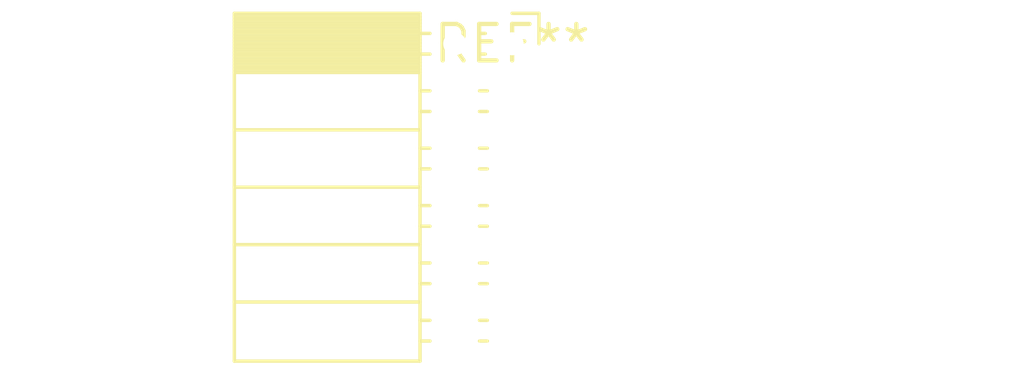
<source format=kicad_pcb>
(kicad_pcb (version 20240108) (generator pcbnew)
  (layers (0 "F.Cu" signal) (31 "B.Cu" signal) (34 "B.Paste" user) (35 "F.Paste" user) (36 "B.SilkS" user "B.Silkscreen") (37 "F.SilkS" user "F.Silkscreen") (38 "B.Mask" user) (39 "F.Mask" user) (44 "Edge.Cuts" user))
  (net 0 "")
  (footprint "PinSocket_2x06_P2.00mm_Horizontal" (layer "F.Cu") (at 0 0)
    (property "Reference" "REF**")
    (property "Value" "PinSocket_2x06_P2.00mm_Horizontal")
    (fp_line (start -9.68 -1.06) (end -9.68 11.06) (layer "F.SilkS") (stroke (width 0.12)))
    (fp_line (start -9.68 -1.06) (end -3.21 -1.06) (layer "F.SilkS") (stroke (width 0.12)))
    (fp_line (start -9.68 -0.94) (end -3.21 -0.94) (layer "F.SilkS") (stroke (width 0.12)))
    (fp_line (start -9.68 -0.825882) (end -3.21 -0.825882) (layer "F.SilkS") (stroke (width 0.12)))
    (fp_line (start -9.68 -0.711764) (end -3.21 -0.711764) (layer "F.SilkS") (stroke (width 0.12)))
    (fp_line (start -9.68 -0.597646) (end -3.21 -0.597646) (layer "F.SilkS") (stroke (width 0.12)))
    (fp_line (start -9.68 -0.483528) (end -3.21 -0.483528) (layer "F.SilkS") (stroke (width 0.12)))
    (fp_line (start -9.68 -0.36941) (end -3.21 -0.36941) (layer "F.SilkS") (stroke (width 0.12)))
    (fp_line (start -9.68 -0.255292) (end -3.21 -0.255292) (layer "F.SilkS") (stroke (width 0.12)))
    (fp_line (start -9.68 -0.141174) (end -3.21 -0.141174) (layer "F.SilkS") (stroke (width 0.12)))
    (fp_line (start -9.68 -0.027056) (end -3.21 -0.027056) (layer "F.SilkS") (stroke (width 0.12)))
    (fp_line (start -9.68 0.087062) (end -3.21 0.087062) (layer "F.SilkS") (stroke (width 0.12)))
    (fp_line (start -9.68 0.20118) (end -3.21 0.20118) (layer "F.SilkS") (stroke (width 0.12)))
    (fp_line (start -9.68 0.315298) (end -3.21 0.315298) (layer "F.SilkS") (stroke (width 0.12)))
    (fp_line (start -9.68 0.429416) (end -3.21 0.429416) (layer "F.SilkS") (stroke (width 0.12)))
    (fp_line (start -9.68 0.543534) (end -3.21 0.543534) (layer "F.SilkS") (stroke (width 0.12)))
    (fp_line (start -9.68 0.657652) (end -3.21 0.657652) (layer "F.SilkS") (stroke (width 0.12)))
    (fp_line (start -9.68 0.77177) (end -3.21 0.77177) (layer "F.SilkS") (stroke (width 0.12)))
    (fp_line (start -9.68 0.885888) (end -3.21 0.885888) (layer "F.SilkS") (stroke (width 0.12)))
    (fp_line (start -9.68 1) (end -3.21 1) (layer "F.SilkS") (stroke (width 0.12)))
    (fp_line (start -9.68 3) (end -3.21 3) (layer "F.SilkS") (stroke (width 0.12)))
    (fp_line (start -9.68 5) (end -3.21 5) (layer "F.SilkS") (stroke (width 0.12)))
    (fp_line (start -9.68 7) (end -3.21 7) (layer "F.SilkS") (stroke (width 0.12)))
    (fp_line (start -9.68 9) (end -3.21 9) (layer "F.SilkS") (stroke (width 0.12)))
    (fp_line (start -9.68 11.06) (end -3.21 11.06) (layer "F.SilkS") (stroke (width 0.12)))
    (fp_line (start -3.21 -1.06) (end -3.21 11.06) (layer "F.SilkS") (stroke (width 0.12)))
    (fp_line (start -3.21 -0.36) (end -2.862917 -0.36) (layer "F.SilkS") (stroke (width 0.12)))
    (fp_line (start -3.21 0.36) (end -2.862917 0.36) (layer "F.SilkS") (stroke (width 0.12)))
    (fp_line (start -3.21 1.64) (end -2.862917 1.64) (layer "F.SilkS") (stroke (width 0.12)))
    (fp_line (start -3.21 2.36) (end -2.862917 2.36) (layer "F.SilkS") (stroke (width 0.12)))
    (fp_line (start -3.21 3.64) (end -2.862917 3.64) (layer "F.SilkS") (stroke (width 0.12)))
    (fp_line (start -3.21 4.36) (end -2.862917 4.36) (layer "F.SilkS") (stroke (width 0.12)))
    (fp_line (start -3.21 5.64) (end -2.862917 5.64) (layer "F.SilkS") (stroke (width 0.12)))
    (fp_line (start -3.21 6.36) (end -2.862917 6.36) (layer "F.SilkS") (stroke (width 0.12)))
    (fp_line (start -3.21 7.64) (end -2.862917 7.64) (layer "F.SilkS") (stroke (width 0.12)))
    (fp_line (start -3.21 8.36) (end -2.862917 8.36) (layer "F.SilkS") (stroke (width 0.12)))
    (fp_line (start -3.21 9.64) (end -2.862917 9.64) (layer "F.SilkS") (stroke (width 0.12)))
    (fp_line (start -3.21 10.36) (end -2.862917 10.36) (layer "F.SilkS") (stroke (width 0.12)))
    (fp_line (start -1.137083 -0.36) (end -0.935 -0.36) (layer "F.SilkS") (stroke (width 0.12)))
    (fp_line (start -1.137083 0.36) (end -0.935 0.36) (layer "F.SilkS") (stroke (width 0.12)))
    (fp_line (start -1.137083 1.64) (end -0.862917 1.64) (layer "F.SilkS") (stroke (width 0.12)))
    (fp_line (start -1.137083 2.36) (end -0.862917 2.36) (layer "F.SilkS") (stroke (width 0.12)))
    (fp_line (start -1.137083 3.64) (end -0.862917 3.64) (layer "F.SilkS") (stroke (width 0.12)))
    (fp_line (start -1.137083 4.36) (end -0.862917 4.36) (layer "F.SilkS") (stroke (width 0.12)))
    (fp_line (start -1.137083 5.64) (end -0.862917 5.64) (layer "F.SilkS") (stroke (width 0.12)))
    (fp_line (start -1.137083 6.36) (end -0.862917 6.36) (layer "F.SilkS") (stroke (width 0.12)))
    (fp_line (start -1.137083 7.64) (end -0.862917 7.64) (layer "F.SilkS") (stroke (width 0.12)))
    (fp_line (start -1.137083 8.36) (end -0.862917 8.36) (layer "F.SilkS") (stroke (width 0.12)))
    (fp_line (start -1.137083 9.64) (end -0.862917 9.64) (layer "F.SilkS") (stroke (width 0.12)))
    (fp_line (start -1.137083 10.36) (end -0.862917 10.36) (layer "F.SilkS") (stroke (width 0.12)))
    (fp_line (start 0 -1.06) (end 0.935 -1.06) (layer "F.SilkS") (stroke (width 0.12)))
    (fp_line (start 0.935 -1.06) (end 0.935 0) (layer "F.SilkS") (stroke (width 0.12)))
    (pad "1" thru_hole rect (at 0 0) (size 1.35 1.35) (drill 0.8) (layers *.Cu *.Mask) (remove_unused_layers))
    (pad "2" thru_hole oval (at -2 0) (size 1.35 1.35) (drill 0.8) (layers *.Cu *.Mask) (remove_unused_layers))
    (pad "3" thru_hole oval (at 0 2) (size 1.35 1.35) (drill 0.8) (layers *.Cu *.Mask) (remove_unused_layers))
    (pad "4" thru_hole oval (at -2 2) (size 1.35 1.35) (drill 0.8) (layers *.Cu *.Mask) (remove_unused_layers))
    (pad "5" thru_hole oval (at 0 4) (size 1.35 1.35) (drill 0.8) (layers *.Cu *.Mask) (remove_unused_layers))
    (pad "6" thru_hole oval (at -2 4) (size 1.35 1.35) (drill 0.8) (layers *.Cu *.Mask) (remove_unused_layers))
    (pad "7" thru_hole oval (at 0 6) (size 1.35 1.35) (drill 0.8) (layers *.Cu *.Mask) (remove_unused_layers))
    (pad "8" thru_hole oval (at -2 6) (size 1.35 1.35) (drill 0.8) (layers *.Cu *.Mask) (remove_unused_layers))
    (pad "9" thru_hole oval (at 0 8) (size 1.35 1.35) (drill 0.8) (layers *.Cu *.Mask) (remove_unused_layers))
    (pad "10" thru_hole oval (at -2 8) (size 1.35 1.35) (drill 0.8) (layers *.Cu *.Mask) (remove_unused_layers))
    (pad "11" thru_hole oval (at 0 10) (size 1.35 1.35) (drill 0.8) (layers *.Cu *.Mask) (remove_unused_layers))
    (pad "12" thru_hole oval (at -2 10) (size 1.35 1.35) (drill 0.8) (layers *.Cu *.Mask) (remove_unused_layers))
  )
)
</source>
